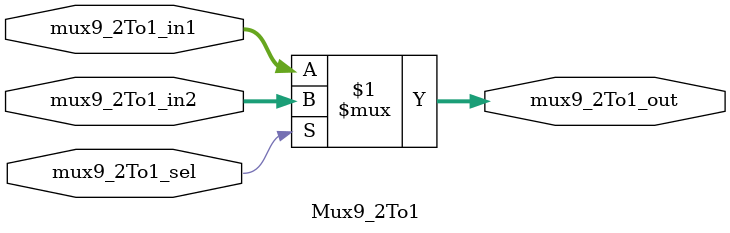
<source format=v>
module Mux9_2To1
	(
		input [8:0] mux9_2To1_in1,
		input [8:0] mux9_2To1_in2,
		input mux9_2To1_sel,
		output [8:0] mux9_2To1_out
	);

	assign mux9_2To1_out = mux9_2To1_sel ? mux9_2To1_in2 : mux9_2To1_in1;

endmodule // Mux9_2To1
</source>
